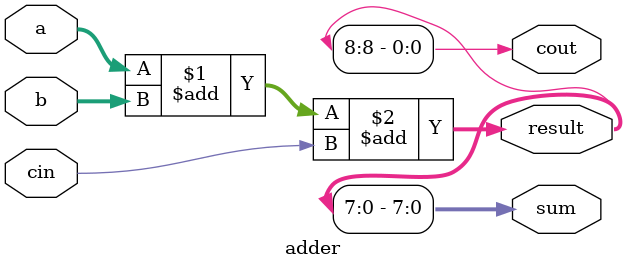
<source format=sv>
module adder(a,b,cin, sum, cout, result);
  input [7:0] a,b;
  input cin;
  output [7:0] sum;
  output cout;
  output [8:0] result;
  
  assign result=a+b+cin;
  assign sum=result[7:0];
  assign cout = result [8];
  
endmodule
</source>
